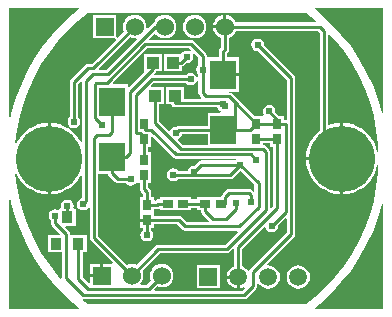
<source format=gbl>
%FSLAX23Y23*%
%MOIN*%
G70*
G01*
G75*
G04 Layer_Physical_Order=2*
G04 Layer_Color=16711680*
%ADD10R,0.028X0.035*%
%ADD11R,0.035X0.028*%
%ADD12R,0.043X0.039*%
%ADD13R,0.073X0.039*%
%ADD14O,0.150X0.079*%
%ADD15R,0.055X0.031*%
%ADD16R,0.057X0.022*%
%ADD17R,0.057X0.022*%
%ADD18R,0.035X0.017*%
%ADD19O,0.035X0.017*%
%ADD20R,0.040X0.012*%
%ADD21O,0.040X0.012*%
%ADD22C,0.009*%
%ADD23C,0.220*%
%ADD24C,0.059*%
%ADD25R,0.059X0.059*%
%ADD26C,0.060*%
%ADD27R,0.060X0.060*%
%ADD28C,0.024*%
%ADD29R,0.087X0.098*%
%ADD30R,0.087X0.098*%
%ADD31R,0.037X0.039*%
G36*
X-77Y4D02*
X-73Y1D01*
X-68Y-0D01*
X130D01*
X131Y-2D01*
X128Y-6D01*
X17D01*
X12Y-7D01*
X7Y-10D01*
X-7Y-25D01*
X-9Y-24D01*
X-17Y-26D01*
X-24Y-30D01*
X-29Y-37D01*
X-29Y-40D01*
X-61D01*
X-62Y-39D01*
X-69Y-34D01*
X-77Y-33D01*
X-85Y-34D01*
X-92Y-39D01*
X-97Y-46D01*
X-98Y-54D01*
X-97Y-62D01*
X-92Y-69D01*
X-85Y-74D01*
X-77Y-75D01*
X-69Y-74D01*
X-62Y-69D01*
X-61Y-68D01*
X113D01*
X118Y-67D01*
X123Y-64D01*
X145Y-42D01*
X149D01*
X194Y-87D01*
Y-108D01*
X190Y-110D01*
X185Y-105D01*
X180Y-102D01*
X175Y-101D01*
X110D01*
X110Y-101D01*
X105Y-102D01*
X100Y-105D01*
X100Y-105D01*
X88Y-117D01*
X85Y-122D01*
X84Y-127D01*
Y-127D01*
X3D01*
Y-136D01*
X-17D01*
Y-127D01*
X-122D01*
Y-136D01*
X-128D01*
X-128Y-136D01*
X-133Y-137D01*
X-137Y-140D01*
X-138Y-140D01*
X-142Y-136D01*
Y-128D01*
X-151D01*
Y-111D01*
X-152Y-106D01*
X-155Y-101D01*
X-161Y-95D01*
Y-82D01*
X-152D01*
Y-31D01*
Y22D01*
X-161D01*
Y38D01*
X-152D01*
Y72D01*
X-148Y74D01*
X-77Y4D01*
D02*
G37*
G36*
X247Y38D02*
X256D01*
Y-159D01*
X250Y-166D01*
X245Y-164D01*
Y23D01*
X244Y28D01*
X241Y32D01*
X232Y42D01*
X227Y45D01*
X223Y46D01*
Y51D01*
X247D01*
Y38D01*
D02*
G37*
G36*
X38Y46D02*
X-46D01*
X-61Y61D01*
X-60Y65D01*
X-53Y70D01*
X-48Y77D01*
X-47Y81D01*
X38D01*
Y46D01*
D02*
G37*
G36*
X412Y420D02*
Y94D01*
X401Y84D01*
X388Y70D01*
X379Y54D01*
X371Y37D01*
X367Y19D01*
X366Y5D01*
X480D01*
Y119D01*
X466Y118D01*
X448Y114D01*
X444Y112D01*
X440Y115D01*
Y412D01*
X444Y414D01*
X462Y395D01*
X492Y357D01*
X518Y318D01*
X542Y276D01*
X562Y233D01*
X578Y188D01*
X591Y142D01*
X600Y95D01*
X606Y48D01*
X607Y22D01*
X602Y22D01*
X599Y37D01*
X591Y54D01*
X582Y70D01*
X569Y84D01*
X555Y97D01*
X539Y106D01*
X522Y114D01*
X504Y118D01*
X490Y119D01*
Y-0D01*
Y-119D01*
X504Y-118D01*
X522Y-114D01*
X539Y-106D01*
X555Y-97D01*
X569Y-84D01*
X582Y-70D01*
X591Y-54D01*
X599Y-37D01*
X602Y-22D01*
X607Y-22D01*
X606Y-48D01*
X600Y-95D01*
X591Y-142D01*
X578Y-188D01*
X562Y-233D01*
X542Y-276D01*
X518Y-318D01*
X492Y-357D01*
X462Y-395D01*
X430Y-430D01*
X395Y-462D01*
X365Y-486D01*
X365Y-486D01*
X-360D01*
X-380Y-471D01*
X-379Y-468D01*
X-379Y-468D01*
X160D01*
X165Y-467D01*
X170Y-464D01*
X200Y-434D01*
X203Y-429D01*
X204Y-424D01*
Y-419D01*
X208Y-417D01*
X213Y-422D01*
X221Y-429D01*
X230Y-432D01*
X240Y-434D01*
X250Y-432D01*
X259Y-429D01*
X267Y-422D01*
X274Y-414D01*
X278Y-405D01*
X279Y-395D01*
X278Y-385D01*
X274Y-376D01*
X267Y-367D01*
X259Y-361D01*
X250Y-357D01*
X240Y-356D01*
X239Y-356D01*
X237Y-352D01*
X326Y-263D01*
X329Y-258D01*
X330Y-253D01*
Y268D01*
X329Y273D01*
X326Y278D01*
X226Y377D01*
X226Y379D01*
X225Y387D01*
X220Y394D01*
X213Y399D01*
X205Y400D01*
X197Y399D01*
X190Y394D01*
X185Y387D01*
X184Y379D01*
X185Y371D01*
X190Y364D01*
X197Y359D01*
X205Y358D01*
X207Y358D01*
X302Y262D01*
Y133D01*
X298Y130D01*
X298Y130D01*
X293D01*
Y142D01*
X277D01*
X264Y155D01*
X264Y157D01*
X263Y165D01*
X258Y172D01*
X251Y177D01*
X243Y178D01*
X235Y177D01*
X228Y172D01*
X223Y165D01*
X222Y157D01*
X223Y149D01*
X225Y147D01*
X222Y142D01*
X193D01*
X138Y197D01*
X118Y217D01*
X113Y220D01*
X108Y221D01*
X109Y222D01*
X142D01*
Y275D01*
X90D01*
Y285D01*
X142D01*
Y338D01*
X104D01*
Y351D01*
X105Y352D01*
X105Y352D01*
X108Y357D01*
X109Y362D01*
X109Y362D01*
Y403D01*
X115Y406D01*
X123Y412D01*
X129Y420D01*
X132Y426D01*
X406D01*
X412Y420D01*
D02*
G37*
G36*
X-293Y-54D02*
X-290Y-59D01*
X-270Y-79D01*
X-265Y-82D01*
X-260Y-83D01*
X-260Y-83D01*
X-234D01*
X-233Y-84D01*
X-226Y-89D01*
X-218Y-90D01*
X-210Y-89D01*
X-203Y-84D01*
X-202Y-82D01*
X-198Y-82D01*
Y-82D01*
X-189D01*
Y-100D01*
X-188Y-106D01*
X-185Y-110D01*
X-178Y-117D01*
Y-128D01*
X-187D01*
Y-181D01*
Y-201D01*
X-164D01*
Y-211D01*
X-187D01*
Y-232D01*
X-178D01*
Y-239D01*
X-180Y-240D01*
X-184Y-247D01*
X-186Y-255D01*
X-184Y-263D01*
X-180Y-270D01*
X-173Y-275D01*
X-164Y-276D01*
X-156Y-275D01*
X-149Y-270D01*
X-145Y-263D01*
X-143Y-255D01*
X-145Y-247D01*
X-149Y-240D01*
X-151Y-239D01*
Y-232D01*
X-142D01*
Y-219D01*
X-65D01*
X-48Y-236D01*
X-43Y-239D01*
X-38Y-240D01*
X-38Y-240D01*
X136D01*
X138Y-244D01*
X95Y-287D01*
X-126D01*
X-131Y-288D01*
X-136Y-291D01*
X-199Y-354D01*
X-205Y-352D01*
X-215Y-351D01*
X-225Y-352D01*
X-231Y-354D01*
X-327Y-258D01*
Y-53D01*
X-293D01*
X-293Y-54D01*
D02*
G37*
G36*
X126Y-301D02*
Y-359D01*
X121Y-361D01*
X113Y-367D01*
X106Y-376D01*
X102Y-385D01*
X102Y-390D01*
X140D01*
Y-395D01*
X145D01*
Y-433D01*
X150Y-432D01*
X159Y-429D01*
X161Y-433D01*
X154Y-440D01*
X-139D01*
X-141Y-436D01*
X-131Y-426D01*
X-125Y-428D01*
X-115Y-429D01*
X-105Y-428D01*
X-95Y-424D01*
X-87Y-418D01*
X-81Y-410D01*
X-77Y-400D01*
X-76Y-390D01*
X-77Y-380D01*
X-81Y-370D01*
X-87Y-362D01*
X-95Y-356D01*
X-105Y-352D01*
X-115Y-351D01*
X-125Y-352D01*
X-135Y-356D01*
X-143Y-362D01*
X-149Y-370D01*
X-153Y-380D01*
X-154Y-390D01*
X-153Y-400D01*
X-151Y-406D01*
X-165Y-420D01*
X-183D01*
X-186Y-416D01*
X-181Y-410D01*
X-177Y-400D01*
X-176Y-390D01*
X-177Y-380D01*
X-179Y-374D01*
X-120Y-315D01*
X101D01*
X106Y-314D01*
X110Y-311D01*
X122Y-299D01*
X126Y-301D01*
D02*
G37*
G36*
X3Y-173D02*
X16D01*
Y-174D01*
X17Y-179D01*
X20Y-184D01*
X44Y-208D01*
X42Y-212D01*
X-32D01*
X-49Y-195D01*
X-54Y-192D01*
X-59Y-191D01*
X-142D01*
Y-181D01*
Y-168D01*
X-132D01*
X-127Y-167D01*
X-126Y-167D01*
X-122Y-169D01*
Y-173D01*
X-17D01*
Y-164D01*
X3D01*
Y-173D01*
D02*
G37*
G36*
X302Y-200D02*
Y-247D01*
X180Y-369D01*
X177Y-374D01*
X177Y-374D01*
X171Y-373D01*
X167Y-367D01*
X159Y-361D01*
X154Y-359D01*
Y-301D01*
X226Y-229D01*
X231Y-230D01*
X231Y-233D01*
X236Y-240D01*
X243Y-245D01*
X251Y-246D01*
X259Y-245D01*
X266Y-240D01*
X271Y-233D01*
X272Y-225D01*
X272Y-223D01*
X298Y-198D01*
X302Y-200D01*
D02*
G37*
G36*
X623Y-152D02*
Y-503D01*
X397D01*
X395Y-498D01*
X413Y-484D01*
X450Y-450D01*
X484Y-413D01*
X515Y-374D01*
X543Y-333D01*
X567Y-289D01*
X588Y-244D01*
X605Y-197D01*
X618Y-152D01*
X623Y-152D01*
D02*
G37*
G36*
X-18Y362D02*
X-21Y358D01*
X-23Y359D01*
X-31Y360D01*
X-39Y359D01*
X-46Y354D01*
X-50Y349D01*
X-107D01*
Y291D01*
X-46D01*
Y307D01*
X-45Y307D01*
X-40Y310D01*
X-33Y318D01*
X-31Y318D01*
X-23Y319D01*
X-16Y324D01*
X-11Y331D01*
X-10Y339D01*
X-11Y347D01*
X-12Y349D01*
X-8Y352D01*
X7Y336D01*
Y312D01*
X6Y311D01*
X1Y304D01*
X-0Y296D01*
X1Y287D01*
X6Y280D01*
X7Y280D01*
Y271D01*
X2Y271D01*
X2Y273D01*
X-3Y280D01*
X-10Y285D01*
X-18Y286D01*
X-26Y285D01*
X-33Y280D01*
X-34Y279D01*
X-139D01*
X-141Y283D01*
X-134Y290D01*
X-134Y290D01*
X-133Y291D01*
X-113D01*
Y349D01*
X-174D01*
Y291D01*
X-174Y291D01*
X-174D01*
X-173Y290D01*
X-223Y240D01*
X-228Y242D01*
Y248D01*
X-276D01*
X-278Y253D01*
X-164Y367D01*
X-24D01*
X-18Y362D01*
D02*
G37*
G36*
X395Y462D02*
X399Y458D01*
X397Y454D01*
X132D01*
X129Y460D01*
X123Y468D01*
X115Y474D01*
X105Y478D01*
X100Y479D01*
Y440D01*
X95D01*
Y435D01*
X56D01*
X57Y430D01*
X61Y420D01*
X67Y412D01*
X75Y406D01*
X81Y403D01*
Y368D01*
X80Y367D01*
X77Y362D01*
X76Y357D01*
Y338D01*
X38D01*
D01*
X38D01*
X35Y341D01*
Y342D01*
X34Y347D01*
X31Y352D01*
X-8Y391D01*
X-13Y394D01*
X-18Y395D01*
X-155D01*
X-157Y399D01*
X-141Y416D01*
X-136Y416D01*
X-133Y412D01*
X-125Y406D01*
X-115Y402D01*
X-105Y401D01*
X-95Y402D01*
X-85Y406D01*
X-77Y412D01*
X-71Y420D01*
X-67Y430D01*
X-66Y440D01*
X-67Y450D01*
X-71Y460D01*
X-77Y468D01*
X-85Y474D01*
X-95Y478D01*
X-105Y479D01*
X-115Y478D01*
X-125Y474D01*
X-133Y468D01*
X-139Y460D01*
X-142Y452D01*
X-146Y450D01*
X-162Y434D01*
X-166Y436D01*
X-166Y440D01*
X-167Y450D01*
X-171Y460D01*
X-177Y468D01*
X-185Y474D01*
X-195Y478D01*
X-205Y479D01*
X-215Y478D01*
X-225Y474D01*
X-233Y468D01*
X-239Y460D01*
X-243Y450D01*
X-244Y440D01*
X-243Y430D01*
X-241Y424D01*
X-261Y403D01*
X-266Y405D01*
Y479D01*
X-344D01*
Y401D01*
X-270D01*
X-268Y396D01*
X-349Y316D01*
X-360D01*
X-360Y316D01*
X-365Y315D01*
X-370Y312D01*
X-370Y312D01*
X-418Y264D01*
X-421Y259D01*
X-422Y254D01*
Y138D01*
X-423Y137D01*
X-428Y130D01*
X-429Y122D01*
X-428Y114D01*
X-423Y107D01*
X-416Y102D01*
X-408Y101D01*
X-400Y102D01*
X-393Y107D01*
X-388Y114D01*
X-387Y122D01*
X-388Y130D01*
X-393Y137D01*
X-394Y138D01*
Y248D01*
X-384Y258D01*
X-380Y256D01*
Y57D01*
X-385Y56D01*
X-393Y70D01*
X-406Y84D01*
X-420Y97D01*
X-436Y106D01*
X-453Y114D01*
X-471Y118D01*
X-485Y119D01*
Y-0D01*
Y-119D01*
X-471Y-118D01*
X-453Y-114D01*
X-436Y-106D01*
X-420Y-97D01*
X-406Y-84D01*
X-393Y-70D01*
X-385Y-56D01*
X-380Y-57D01*
Y-131D01*
X-385Y-132D01*
X-392Y-137D01*
X-397Y-144D01*
X-398Y-152D01*
X-397Y-160D01*
X-392Y-167D01*
X-385Y-172D01*
X-377Y-173D01*
X-369Y-172D01*
X-362Y-167D01*
X-360Y-164D01*
X-355Y-165D01*
Y-264D01*
X-354Y-269D01*
X-351Y-274D01*
X-278Y-346D01*
X-280Y-351D01*
X-310D01*
Y-390D01*
X-315D01*
Y-395D01*
X-354D01*
Y-414D01*
X-359Y-416D01*
X-379Y-396D01*
Y-313D01*
X-365D01*
Y-256D01*
X-420D01*
D01*
X-420D01*
X-421Y-255D01*
Y-250D01*
X-422Y-245D01*
X-425Y-240D01*
X-437Y-229D01*
X-435Y-224D01*
X-402D01*
Y-167D01*
X-406D01*
X-410Y-163D01*
X-409Y-158D01*
X-410Y-150D01*
X-415Y-143D01*
X-422Y-138D01*
X-430Y-137D01*
X-438Y-138D01*
X-445Y-143D01*
X-450Y-150D01*
X-451Y-158D01*
X-450Y-163D01*
X-454Y-167D01*
X-458D01*
Y-168D01*
X-462Y-171D01*
X-463Y-170D01*
X-471Y-169D01*
X-479Y-170D01*
X-486Y-175D01*
X-491Y-182D01*
X-492Y-190D01*
X-491Y-198D01*
X-486Y-205D01*
X-485Y-206D01*
Y-214D01*
X-484Y-219D01*
X-481Y-224D01*
X-453Y-251D01*
X-455Y-256D01*
X-495D01*
Y-313D01*
X-449D01*
Y-398D01*
X-449Y-398D01*
X-453Y-400D01*
X-460Y-393D01*
X-489Y-356D01*
X-516Y-316D01*
X-539Y-275D01*
X-559Y-232D01*
X-575Y-187D01*
X-588Y-141D01*
X-598Y-95D01*
X-603Y-52D01*
X-598Y-51D01*
X-596Y-54D01*
X-587Y-70D01*
X-574Y-84D01*
X-560Y-97D01*
X-544Y-106D01*
X-527Y-114D01*
X-509Y-118D01*
X-495Y-119D01*
Y-0D01*
Y119D01*
X-509Y118D01*
X-527Y114D01*
X-544Y106D01*
X-560Y97D01*
X-574Y84D01*
X-587Y70D01*
X-596Y54D01*
X-598Y51D01*
X-603Y52D01*
X-598Y95D01*
X-588Y141D01*
X-575Y187D01*
X-559Y232D01*
X-539Y275D01*
X-516Y316D01*
X-489Y356D01*
X-460Y393D01*
X-428Y428D01*
X-393Y460D01*
X-360Y486D01*
X365D01*
X395Y462D01*
D02*
G37*
G36*
X-616Y-148D02*
X-603Y-196D01*
X-585Y-242D01*
X-564Y-288D01*
X-540Y-331D01*
X-513Y-372D01*
X-482Y-411D01*
X-448Y-448D01*
X-411Y-482D01*
X-390Y-498D01*
X-392Y-503D01*
X-623D01*
Y-138D01*
X-618Y-138D01*
X-616Y-148D01*
D02*
G37*
G36*
X-215Y402D02*
X-205Y401D01*
X-201Y401D01*
X-199Y397D01*
X-300Y296D01*
X-323D01*
X-325Y300D01*
X-221Y404D01*
X-215Y402D01*
D02*
G37*
G36*
X623Y152D02*
X618Y152D01*
X605Y197D01*
X588Y244D01*
X567Y289D01*
X543Y333D01*
X515Y374D01*
X484Y413D01*
X450Y450D01*
X413Y484D01*
X395Y498D01*
X397Y503D01*
X623D01*
Y152D01*
D02*
G37*
G36*
X-390Y498D02*
X-411Y482D01*
X-448Y448D01*
X-482Y411D01*
X-513Y372D01*
X-540Y331D01*
X-564Y288D01*
X-585Y242D01*
X-603Y196D01*
X-616Y148D01*
X-618Y138D01*
X-623Y138D01*
Y503D01*
X-392D01*
X-390Y498D01*
D02*
G37*
G36*
X7Y259D02*
Y220D01*
X8Y215D01*
X11Y210D01*
X17Y204D01*
X15Y200D01*
X-41D01*
Y239D01*
X-102D01*
Y181D01*
X-84D01*
X-84Y181D01*
X-81Y176D01*
X-77Y173D01*
X-72Y172D01*
X69D01*
X73Y165D01*
X77Y163D01*
X80Y159D01*
X81Y158D01*
X80Y153D01*
X38D01*
Y109D01*
X-58D01*
X-63Y108D01*
X-65Y107D01*
X-66Y106D01*
X-68Y106D01*
X-76Y105D01*
X-83Y100D01*
X-88Y93D01*
X-93Y93D01*
X-125Y125D01*
Y181D01*
X-108D01*
Y239D01*
X-149D01*
X-151Y243D01*
X-143Y251D01*
X-34D01*
X-33Y250D01*
X-26Y245D01*
X-18Y244D01*
X-10Y245D01*
X-3Y250D01*
X2Y257D01*
X2Y259D01*
X7Y259D01*
D02*
G37*
%LPC*%
G36*
X340Y-356D02*
X330Y-357D01*
X321Y-361D01*
X313Y-367D01*
X306Y-376D01*
X302Y-385D01*
X301Y-395D01*
X302Y-405D01*
X306Y-414D01*
X313Y-422D01*
X321Y-429D01*
X330Y-432D01*
X340Y-434D01*
X350Y-432D01*
X359Y-429D01*
X367Y-422D01*
X374Y-414D01*
X378Y-405D01*
X379Y-395D01*
X378Y-385D01*
X374Y-376D01*
X367Y-367D01*
X359Y-361D01*
X350Y-357D01*
X340Y-356D01*
D02*
G37*
G36*
X79Y-356D02*
X1D01*
Y-433D01*
X79D01*
Y-356D01*
D02*
G37*
G36*
X135Y-400D02*
X102D01*
X102Y-405D01*
X106Y-414D01*
X113Y-422D01*
X121Y-429D01*
X130Y-432D01*
X135Y-433D01*
Y-400D01*
D02*
G37*
G36*
X-5Y479D02*
X-15Y478D01*
X-25Y474D01*
X-33Y468D01*
X-39Y460D01*
X-43Y450D01*
X-44Y440D01*
X-43Y430D01*
X-39Y420D01*
X-33Y412D01*
X-25Y406D01*
X-15Y402D01*
X-5Y401D01*
X5Y402D01*
X15Y406D01*
X23Y412D01*
X29Y420D01*
X33Y430D01*
X34Y440D01*
X33Y450D01*
X29Y460D01*
X23Y468D01*
X15Y474D01*
X5Y478D01*
X-5Y479D01*
D02*
G37*
G36*
X90Y479D02*
X85Y478D01*
X75Y474D01*
X67Y468D01*
X61Y460D01*
X57Y450D01*
X56Y445D01*
X90D01*
Y479D01*
D02*
G37*
G36*
X-320Y-351D02*
X-354D01*
Y-385D01*
X-320D01*
Y-351D01*
D02*
G37*
G36*
X480Y-5D02*
X366D01*
X367Y-19D01*
X371Y-37D01*
X379Y-54D01*
X388Y-70D01*
X401Y-84D01*
X415Y-97D01*
X431Y-106D01*
X448Y-114D01*
X466Y-118D01*
X480Y-119D01*
Y-5D01*
D02*
G37*
%LPD*%
D10*
X-164Y-206D02*
D03*
Y-154D02*
D03*
X-175Y-4D02*
D03*
Y-56D02*
D03*
Y116D02*
D03*
Y64D02*
D03*
X270D02*
D03*
Y116D02*
D03*
X200Y64D02*
D03*
Y116D02*
D03*
D11*
X81Y-150D02*
D03*
X30D02*
D03*
X-44D02*
D03*
X-95D02*
D03*
D12*
X-138Y210D02*
D03*
X-72D02*
D03*
X-143Y320D02*
D03*
X-77D02*
D03*
D22*
X97Y-150D02*
Y-127D01*
X426Y0D02*
Y426D01*
X-9Y-54D02*
X113D01*
X-77D02*
X-9D01*
X-164Y-205D02*
X-59D01*
X-164Y-206D02*
Y-205D01*
Y-255D02*
Y-206D01*
X270Y116D02*
Y130D01*
Y116D02*
Y116D01*
X298D01*
X108Y207D02*
X128Y187D01*
X200Y116D01*
X128Y95D02*
Y187D01*
X21Y296D02*
Y342D01*
Y220D02*
Y296D01*
X128Y95D02*
X179D01*
X90D02*
X128D01*
X-58D02*
X90D01*
X83Y186D02*
X88Y181D01*
X95Y174D01*
X-72Y186D02*
X83D01*
X-175Y64D02*
Y72D01*
Y-4D02*
Y64D01*
X182Y-145D02*
Y-122D01*
X175Y-114D02*
X182Y-122D01*
X110Y-114D02*
X175D01*
X97Y-127D02*
X110Y-114D01*
X81Y-150D02*
X97D01*
X-44D02*
X30D01*
Y-174D02*
Y-150D01*
Y-174D02*
X56Y-200D01*
X99D01*
X131Y-168D01*
Y-148D01*
X-471Y-214D02*
Y-190D01*
Y-214D02*
X-435Y-250D01*
Y-398D02*
Y-250D01*
Y-398D02*
X-379Y-454D01*
X160D01*
X190Y-424D01*
Y-379D01*
X316Y-253D01*
Y268D01*
X205Y379D02*
X316Y268D01*
X-377Y-152D02*
X-366Y-141D01*
Y260D01*
X-344Y282D01*
X-294D01*
X-136Y440D01*
X-105D01*
X140Y-395D02*
Y-295D01*
X270Y-165D01*
Y64D01*
X200D02*
X270D01*
X426Y0D02*
X485D01*
X412Y440D02*
X426Y426D01*
X95Y440D02*
X412D01*
X95Y362D02*
Y440D01*
X90Y357D02*
X95Y362D01*
X90Y280D02*
Y357D01*
X113Y-54D02*
X147Y-20D01*
X-59Y-205D02*
X-38Y-226D01*
X143D01*
X208Y-161D01*
Y-81D01*
X147Y-20D02*
X208Y-81D01*
X-9Y-46D02*
X17Y-20D01*
X147D01*
X-337Y135D02*
X-313Y111D01*
X-337Y135D02*
Y250D01*
X-334Y253D01*
X-298D01*
X-170Y381D01*
X-18D01*
X21Y342D01*
Y220D02*
X34Y207D01*
X108D01*
X179Y95D02*
X200Y116D01*
X270D01*
X-68Y85D02*
X-58Y95D01*
X243Y157D02*
X270Y130D01*
X298Y-178D02*
Y116D01*
X251Y-225D02*
X298Y-178D01*
X-175Y102D02*
Y116D01*
Y102D02*
X-169Y96D01*
X-150D01*
X-68Y14D01*
X181D01*
X198Y-4D01*
X-343Y302D02*
X-205Y440D01*
X-360Y302D02*
X-343D01*
X-408Y254D02*
X-360Y302D01*
X-408Y122D02*
Y254D01*
X-50Y320D02*
X-31Y339D01*
X-77Y320D02*
X-50D01*
X-72Y186D02*
Y210D01*
X-175Y-100D02*
Y-56D01*
Y-100D02*
X-164Y-111D01*
Y-154D02*
Y-111D01*
Y-154D02*
X-132D01*
X-128Y-150D01*
X-95D01*
X-393Y-401D02*
Y-284D01*
Y-401D02*
X-360Y-434D01*
X-159D01*
X-115Y-390D01*
X-430Y-196D02*
Y-158D01*
X-260Y-69D02*
X-218D01*
X-280Y-49D02*
X-260Y-69D01*
X-280Y-49D02*
Y5D01*
X-235D01*
X-220Y20D01*
Y223D01*
X-143Y300D01*
Y320D01*
X-341Y-264D02*
X-215Y-390D01*
X-341Y-264D02*
Y67D01*
X-331Y78D01*
X-290D01*
X-280Y87D01*
Y190D01*
X-215Y-390D02*
X-126Y-301D01*
X101D01*
X231Y-170D01*
Y23D01*
X222Y32D02*
X231Y23D01*
X-51Y32D02*
X222D01*
X-138Y119D02*
X-51Y32D01*
X-138Y119D02*
Y210D01*
X-187Y84D02*
X-175Y72D01*
X-202Y84D02*
X-187D01*
X-202D02*
Y212D01*
X-149Y265D01*
X-18D01*
D23*
X-490Y0D02*
D03*
X485D02*
D03*
D24*
X340Y-395D02*
D03*
X240D02*
D03*
X140D02*
D03*
D25*
X40D02*
D03*
D26*
X-115Y-390D02*
D03*
X-215D02*
D03*
X95Y440D02*
D03*
X-5D02*
D03*
X-105D02*
D03*
X-205D02*
D03*
D27*
X-315Y-390D02*
D03*
X-305Y440D02*
D03*
D28*
X182Y-145D02*
D03*
X131Y-148D02*
D03*
X-471Y-190D02*
D03*
X205Y379D02*
D03*
X-377Y-152D02*
D03*
X-164Y-255D02*
D03*
X-77Y-54D02*
D03*
X147Y-20D02*
D03*
X-9Y-46D02*
D03*
X-313Y111D02*
D03*
X21Y296D02*
D03*
X-68Y85D02*
D03*
X243Y157D02*
D03*
X251Y-225D02*
D03*
X198Y-4D02*
D03*
X-408Y122D02*
D03*
X-31Y339D02*
D03*
X95Y174D02*
D03*
X88Y181D02*
D03*
X-430Y-158D02*
D03*
X-218Y-69D02*
D03*
X-18Y265D02*
D03*
D29*
X-280Y190D02*
D03*
X90Y280D02*
D03*
D30*
X-280Y5D02*
D03*
X90Y95D02*
D03*
D31*
X-430Y-196D02*
D03*
X-467Y-284D02*
D03*
X-393D02*
D03*
M02*

</source>
